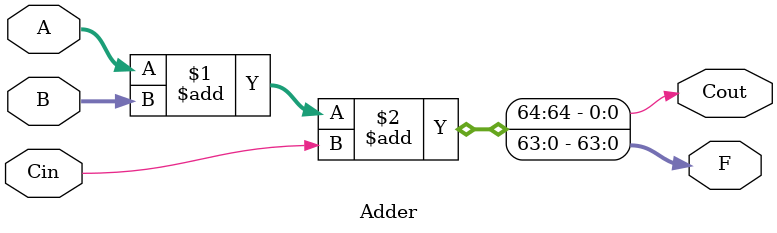
<source format=v>
module Adder(F, Cout, A, B, Cin);
	input [63:0] A, B;
	input Cin;
	output [63:0] F;
	output Cout;
	
	assign {Cout, F} = A + B + Cin;
	
endmodule 
</source>
